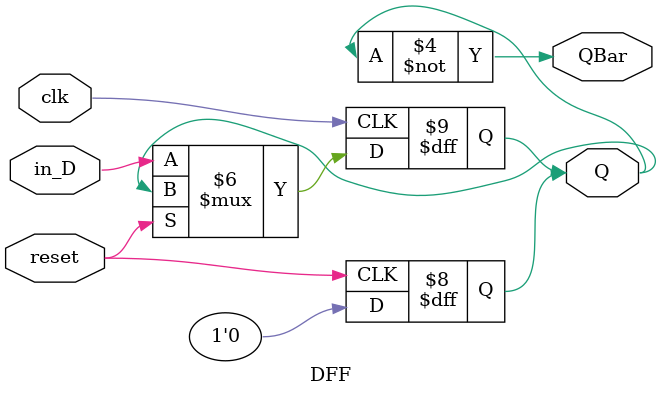
<source format=v>
`timescale 1ns / 1ps
module DFF (Q, QBar, in_D, clk, reset);

	output reg Q;
	output wire QBar;
	input in_D, clk, reset;
	
	not n1 (QBar, Q);
	
	always @(posedge clk) begin
		if (reset == 1'b0) begin
			Q = in_D;
		end
	end
	
	always @(posedge reset) begin
		Q = 0;
	end

endmodule

</source>
